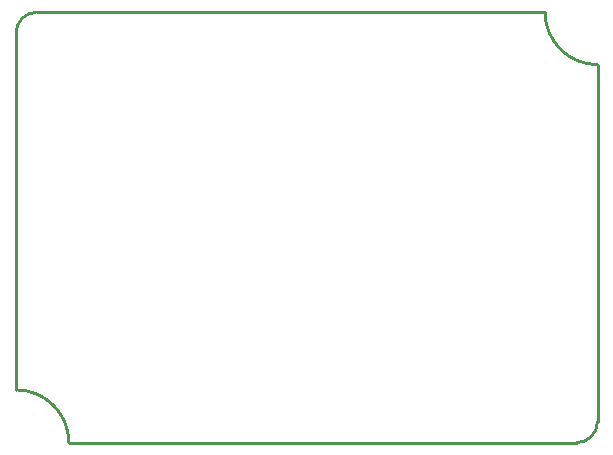
<source format=gbr>
G04 start of page 4 for group 2 idx 2 *
G04 Title: (unknown), outline *
G04 Creator: pcb 20110918 *
G04 CreationDate: Mon Jun 10 22:15:59 2013 UTC *
G04 For: fosse *
G04 Format: Gerber/RS-274X *
G04 PCB-Dimensions: 200000 148000 *
G04 PCB-Coordinate-Origin: lower left *
%MOIN*%
%FSLAX25Y25*%
%LNOUTLINE*%
%ADD49C,0.0100*%
G54D49*X178500Y146000D02*X9000D01*
X196000Y9500D02*Y128500D01*
X19800Y2500D02*X189000D01*
X2200Y139300D02*Y20100D01*
X189000Y2500D02*G75*G03X196000Y9500I0J7000D01*G01*
X178500Y146000D02*G75*G03X196000Y128500I17500J0D01*G01*
X9100Y146000D02*G75*G03X2200Y139100I0J-6900D01*G01*
X2200Y20100D02*G75*G02X19800Y2500I0J-17600D01*G01*
M02*

</source>
